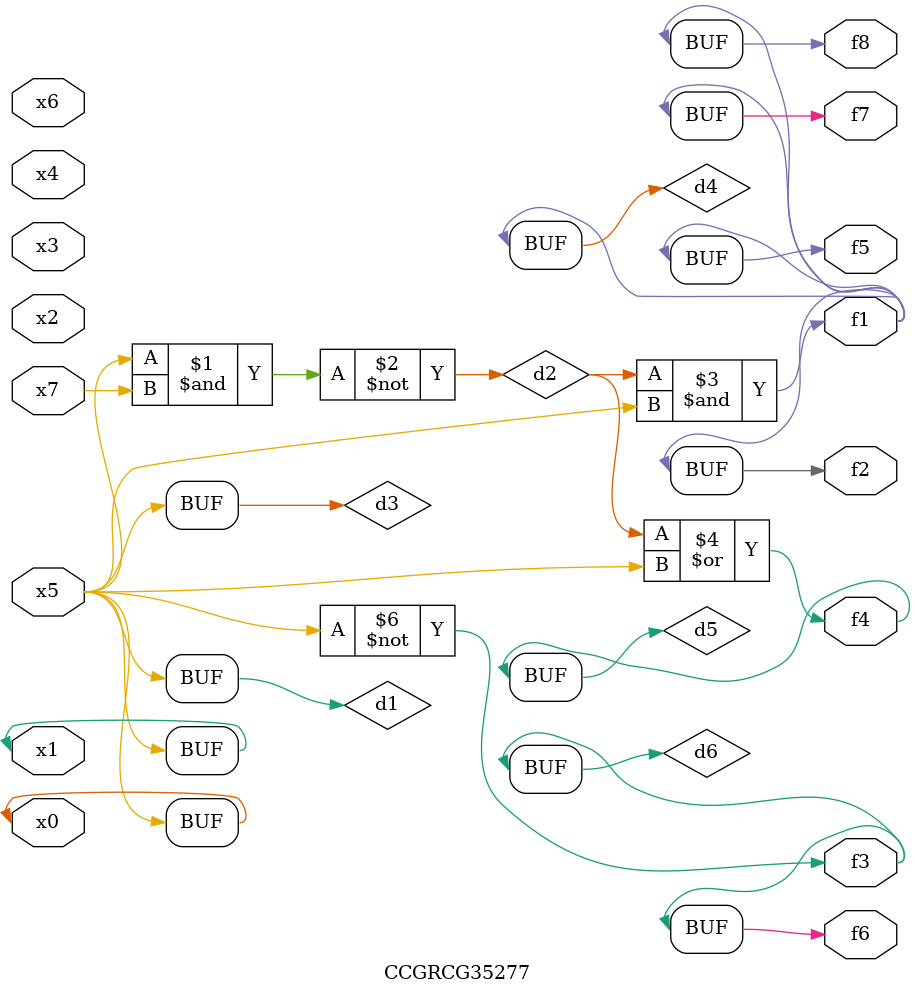
<source format=v>
module CCGRCG35277(
	input x0, x1, x2, x3, x4, x5, x6, x7,
	output f1, f2, f3, f4, f5, f6, f7, f8
);

	wire d1, d2, d3, d4, d5, d6;

	buf (d1, x0, x5);
	nand (d2, x5, x7);
	buf (d3, x0, x1);
	and (d4, d2, d3);
	or (d5, d2, d3);
	nor (d6, d1, d3);
	assign f1 = d4;
	assign f2 = d4;
	assign f3 = d6;
	assign f4 = d5;
	assign f5 = d4;
	assign f6 = d6;
	assign f7 = d4;
	assign f8 = d4;
endmodule

</source>
